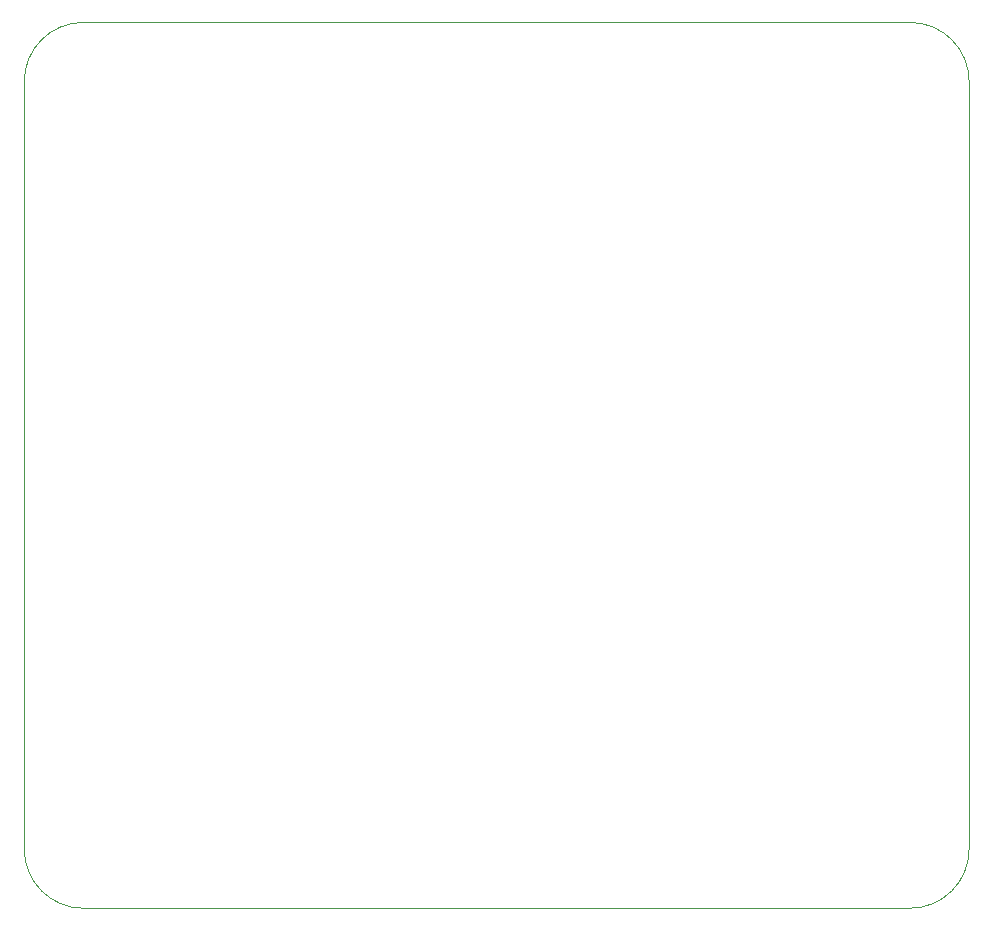
<source format=gbr>
%TF.GenerationSoftware,KiCad,Pcbnew,7.0.1*%
%TF.CreationDate,2023-08-30T01:48:52-03:00*%
%TF.ProjectId,IOT-V2,494f542d-5632-42e6-9b69-6361645f7063,rev?*%
%TF.SameCoordinates,Original*%
%TF.FileFunction,Profile,NP*%
%FSLAX46Y46*%
G04 Gerber Fmt 4.6, Leading zero omitted, Abs format (unit mm)*
G04 Created by KiCad (PCBNEW 7.0.1) date 2023-08-30 01:48:52*
%MOMM*%
%LPD*%
G01*
G04 APERTURE LIST*
%TA.AperFunction,Profile*%
%ADD10C,0.100000*%
%TD*%
G04 APERTURE END LIST*
D10*
X95000000Y-120000000D02*
X165000000Y-120000000D01*
X90000000Y-50000000D02*
X90000000Y-115000000D01*
X165000000Y-45000000D02*
X95000000Y-45000000D01*
X170000000Y-115000000D02*
X170000000Y-50000000D01*
X165000000Y-120000000D02*
G75*
G03*
X170000000Y-115000000I0J5000000D01*
G01*
X90000000Y-115000000D02*
G75*
G03*
X95000000Y-120000000I5000000J0D01*
G01*
X95000000Y-45000000D02*
G75*
G03*
X90000000Y-50000000I0J-5000000D01*
G01*
X170000000Y-50000000D02*
G75*
G03*
X165000000Y-45000000I-5000000J0D01*
G01*
M02*

</source>
